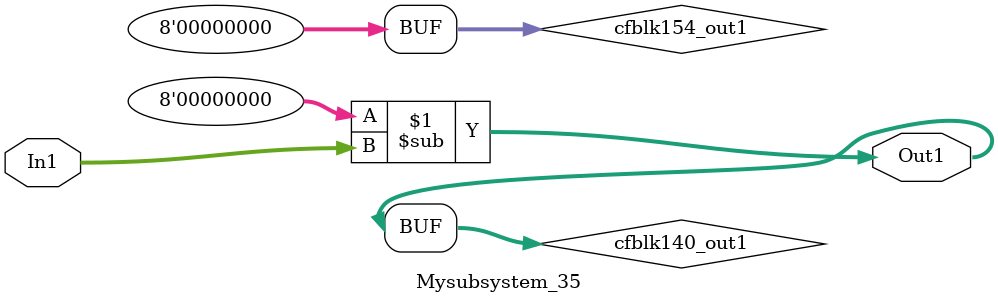
<source format=v>



`timescale 1 ns / 1 ns

module Mysubsystem_35
          (In1,
           Out1);


  input   [7:0] In1;  // uint8
  output  [7:0] Out1;  // uint8


  wire [7:0] cfblk154_out1;  // uint8
  wire [7:0] cfblk140_out1;  // uint8


  assign cfblk154_out1 = 8'b00000000;



  assign cfblk140_out1 = cfblk154_out1 - In1;



  assign Out1 = cfblk140_out1;

endmodule  // Mysubsystem_35


</source>
